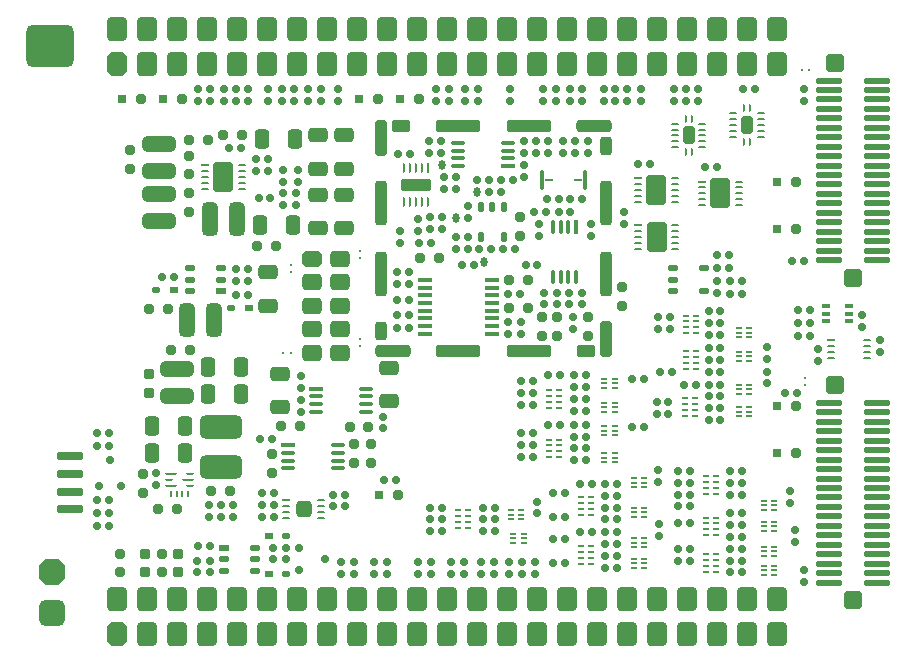
<source format=gbr>
%TF.GenerationSoftware,Altium Limited,Altium Designer,25.3.3 (18)*%
G04 Layer_Color=255*
%FSLAX45Y45*%
%MOMM*%
%TF.SameCoordinates,3F5801E6-D28E-45E5-A6F2-2741A7385EEC*%
%TF.FilePolarity,Positive*%
%TF.FileFunction,Pads,Top*%
%TF.Part,Single*%
G01*
G75*
%TA.AperFunction,SMDPad,CuDef*%
%ADD10R,0.52000X0.15000*%
G04:AMPARAMS|DCode=11|XSize=0.15mm|YSize=0.52mm|CornerRadius=0.0375mm|HoleSize=0mm|Usage=FLASHONLY|Rotation=90.000|XOffset=0mm|YOffset=0mm|HoleType=Round|Shape=RoundedRectangle|*
%AMROUNDEDRECTD11*
21,1,0.15000,0.44500,0,0,90.0*
21,1,0.07500,0.52000,0,0,90.0*
1,1,0.07500,0.22250,0.03750*
1,1,0.07500,0.22250,-0.03750*
1,1,0.07500,-0.22250,-0.03750*
1,1,0.07500,-0.22250,0.03750*
%
%ADD11ROUNDEDRECTD11*%
G04:AMPARAMS|DCode=12|XSize=0.23mm|YSize=0.7mm|CornerRadius=0.0575mm|HoleSize=0mm|Usage=FLASHONLY|Rotation=90.000|XOffset=0mm|YOffset=0mm|HoleType=Round|Shape=RoundedRectangle|*
%AMROUNDEDRECTD12*
21,1,0.23000,0.58500,0,0,90.0*
21,1,0.11500,0.70000,0,0,90.0*
1,1,0.11500,0.29250,0.05750*
1,1,0.11500,0.29250,-0.05750*
1,1,0.11500,-0.29250,-0.05750*
1,1,0.11500,-0.29250,0.05750*
%
%ADD12ROUNDEDRECTD12*%
G04:AMPARAMS|DCode=13|XSize=2.5mm|YSize=1.65mm|CornerRadius=0.165mm|HoleSize=0mm|Usage=FLASHONLY|Rotation=90.000|XOffset=0mm|YOffset=0mm|HoleType=Round|Shape=RoundedRectangle|*
%AMROUNDEDRECTD13*
21,1,2.50000,1.32000,0,0,90.0*
21,1,2.17000,1.65000,0,0,90.0*
1,1,0.33000,0.66000,1.08500*
1,1,0.33000,0.66000,-1.08500*
1,1,0.33000,-0.66000,-1.08500*
1,1,0.33000,-0.66000,1.08500*
%
%ADD13ROUNDEDRECTD13*%
%ADD14R,0.70000X0.23000*%
G04:AMPARAMS|DCode=15|XSize=0.55mm|YSize=0.8mm|CornerRadius=0.1375mm|HoleSize=0mm|Usage=FLASHONLY|Rotation=0.000|XOffset=0mm|YOffset=0mm|HoleType=Round|Shape=RoundedRectangle|*
%AMROUNDEDRECTD15*
21,1,0.55000,0.52500,0,0,0.0*
21,1,0.27500,0.80000,0,0,0.0*
1,1,0.27500,0.13750,-0.26250*
1,1,0.27500,-0.13750,-0.26250*
1,1,0.27500,-0.13750,0.26250*
1,1,0.27500,0.13750,0.26250*
%
%ADD15ROUNDEDRECTD15*%
G04:AMPARAMS|DCode=16|XSize=0.23mm|YSize=0.67mm|CornerRadius=0.0575mm|HoleSize=0mm|Usage=FLASHONLY|Rotation=90.000|XOffset=0mm|YOffset=0mm|HoleType=Round|Shape=RoundedRectangle|*
%AMROUNDEDRECTD16*
21,1,0.23000,0.55500,0,0,90.0*
21,1,0.11500,0.67000,0,0,90.0*
1,1,0.11500,0.27750,0.05750*
1,1,0.11500,0.27750,-0.05750*
1,1,0.11500,-0.27750,-0.05750*
1,1,0.11500,-0.27750,0.05750*
%
%ADD16ROUNDEDRECTD16*%
G04:AMPARAMS|DCode=17|XSize=0.23mm|YSize=0.67mm|CornerRadius=0.0575mm|HoleSize=0mm|Usage=FLASHONLY|Rotation=0.000|XOffset=0mm|YOffset=0mm|HoleType=Round|Shape=RoundedRectangle|*
%AMROUNDEDRECTD17*
21,1,0.23000,0.55500,0,0,0.0*
21,1,0.11500,0.67000,0,0,0.0*
1,1,0.11500,0.05750,-0.27750*
1,1,0.11500,-0.05750,-0.27750*
1,1,0.11500,-0.05750,0.27750*
1,1,0.11500,0.05750,0.27750*
%
%ADD17ROUNDEDRECTD17*%
G04:AMPARAMS|DCode=18|XSize=1mm|YSize=1.5mm|CornerRadius=0.25mm|HoleSize=0mm|Usage=FLASHONLY|Rotation=0.000|XOffset=0mm|YOffset=0mm|HoleType=Round|Shape=RoundedRectangle|*
%AMROUNDEDRECTD18*
21,1,1.00000,1.00000,0,0,0.0*
21,1,0.50000,1.50000,0,0,0.0*
1,1,0.50000,0.25000,-0.50000*
1,1,0.50000,-0.25000,-0.50000*
1,1,0.50000,-0.25000,0.50000*
1,1,0.50000,0.25000,0.50000*
%
%ADD18ROUNDEDRECTD18*%
G04:AMPARAMS|DCode=19|XSize=0.22mm|YSize=0.58mm|CornerRadius=0.055mm|HoleSize=0mm|Usage=FLASHONLY|Rotation=90.000|XOffset=0mm|YOffset=0mm|HoleType=Round|Shape=RoundedRectangle|*
%AMROUNDEDRECTD19*
21,1,0.22000,0.47000,0,0,90.0*
21,1,0.11000,0.58000,0,0,90.0*
1,1,0.11000,0.23500,0.05500*
1,1,0.11000,0.23500,-0.05500*
1,1,0.11000,-0.23500,-0.05500*
1,1,0.11000,-0.23500,0.05500*
%
%ADD19ROUNDEDRECTD19*%
%ADD20R,0.58000X0.22000*%
G04:AMPARAMS|DCode=21|XSize=0.35mm|YSize=1.15mm|CornerRadius=0.0875mm|HoleSize=0mm|Usage=FLASHONLY|Rotation=90.000|XOffset=0mm|YOffset=0mm|HoleType=Round|Shape=RoundedRectangle|*
%AMROUNDEDRECTD21*
21,1,0.35000,0.97500,0,0,90.0*
21,1,0.17500,1.15000,0,0,90.0*
1,1,0.17500,0.48750,0.08750*
1,1,0.17500,0.48750,-0.08750*
1,1,0.17500,-0.48750,-0.08750*
1,1,0.17500,-0.48750,0.08750*
%
%ADD21ROUNDEDRECTD21*%
%ADD22R,1.15000X0.35000*%
G04:AMPARAMS|DCode=23|XSize=0.55mm|YSize=0.9mm|CornerRadius=0.1375mm|HoleSize=0mm|Usage=FLASHONLY|Rotation=270.000|XOffset=0mm|YOffset=0mm|HoleType=Round|Shape=RoundedRectangle|*
%AMROUNDEDRECTD23*
21,1,0.55000,0.62500,0,0,270.0*
21,1,0.27500,0.90000,0,0,270.0*
1,1,0.27500,-0.31250,-0.13750*
1,1,0.27500,-0.31250,0.13750*
1,1,0.27500,0.31250,0.13750*
1,1,0.27500,0.31250,-0.13750*
%
%ADD23ROUNDEDRECTD23*%
%ADD24R,0.90000X0.55000*%
G04:AMPARAMS|DCode=25|XSize=1.4mm|YSize=1.3mm|CornerRadius=0.325mm|HoleSize=0mm|Usage=FLASHONLY|Rotation=90.000|XOffset=0mm|YOffset=0mm|HoleType=Round|Shape=RoundedRectangle|*
%AMROUNDEDRECTD25*
21,1,1.40000,0.65000,0,0,90.0*
21,1,0.75000,1.30000,0,0,90.0*
1,1,0.65000,0.32500,0.37500*
1,1,0.65000,0.32500,-0.37500*
1,1,0.65000,-0.32500,-0.37500*
1,1,0.65000,-0.32500,0.37500*
%
%ADD25ROUNDEDRECTD25*%
%ADD26R,0.70000X0.33000*%
G04:AMPARAMS|DCode=27|XSize=0.33mm|YSize=0.7mm|CornerRadius=0.0825mm|HoleSize=0mm|Usage=FLASHONLY|Rotation=270.000|XOffset=0mm|YOffset=0mm|HoleType=Round|Shape=RoundedRectangle|*
%AMROUNDEDRECTD27*
21,1,0.33000,0.53500,0,0,270.0*
21,1,0.16500,0.70000,0,0,270.0*
1,1,0.16500,-0.26750,-0.08250*
1,1,0.16500,-0.26750,0.08250*
1,1,0.16500,0.26750,0.08250*
1,1,0.16500,0.26750,-0.08250*
%
%ADD27ROUNDEDRECTD27*%
G04:AMPARAMS|DCode=28|XSize=0.25mm|YSize=0.7mm|CornerRadius=0.0625mm|HoleSize=0mm|Usage=FLASHONLY|Rotation=90.000|XOffset=0mm|YOffset=0mm|HoleType=Round|Shape=RoundedRectangle|*
%AMROUNDEDRECTD28*
21,1,0.25000,0.57500,0,0,90.0*
21,1,0.12500,0.70000,0,0,90.0*
1,1,0.12500,0.28750,0.06250*
1,1,0.12500,0.28750,-0.06250*
1,1,0.12500,-0.28750,-0.06250*
1,1,0.12500,-0.28750,0.06250*
%
%ADD28ROUNDEDRECTD28*%
%ADD29R,0.70000X0.25000*%
G04:AMPARAMS|DCode=30|XSize=0.55mm|YSize=0.8mm|CornerRadius=0.1375mm|HoleSize=0mm|Usage=FLASHONLY|Rotation=90.000|XOffset=0mm|YOffset=0mm|HoleType=Round|Shape=RoundedRectangle|*
%AMROUNDEDRECTD30*
21,1,0.55000,0.52500,0,0,90.0*
21,1,0.27500,0.80000,0,0,90.0*
1,1,0.27500,0.26250,0.13750*
1,1,0.27500,0.26250,-0.13750*
1,1,0.27500,-0.26250,-0.13750*
1,1,0.27500,-0.26250,0.13750*
%
%ADD30ROUNDEDRECTD30*%
G04:AMPARAMS|DCode=31|XSize=0.22mm|YSize=0.55mm|CornerRadius=0.055mm|HoleSize=0mm|Usage=FLASHONLY|Rotation=180.000|XOffset=0mm|YOffset=0mm|HoleType=Round|Shape=RoundedRectangle|*
%AMROUNDEDRECTD31*
21,1,0.22000,0.44000,0,0,180.0*
21,1,0.11000,0.55000,0,0,180.0*
1,1,0.11000,-0.05500,0.22000*
1,1,0.11000,0.05500,0.22000*
1,1,0.11000,0.05500,-0.22000*
1,1,0.11000,-0.05500,-0.22000*
%
%ADD31ROUNDEDRECTD31*%
G04:AMPARAMS|DCode=32|XSize=0.2mm|YSize=1mm|CornerRadius=0.05mm|HoleSize=0mm|Usage=FLASHONLY|Rotation=270.000|XOffset=0mm|YOffset=0mm|HoleType=Round|Shape=RoundedRectangle|*
%AMROUNDEDRECTD32*
21,1,0.20000,0.90000,0,0,270.0*
21,1,0.10000,1.00000,0,0,270.0*
1,1,0.10000,-0.45000,-0.05000*
1,1,0.10000,-0.45000,0.05000*
1,1,0.10000,0.45000,0.05000*
1,1,0.10000,0.45000,-0.05000*
%
%ADD32ROUNDEDRECTD32*%
G04:AMPARAMS|DCode=33|XSize=0.2mm|YSize=0.65mm|CornerRadius=0.05mm|HoleSize=0mm|Usage=FLASHONLY|Rotation=270.000|XOffset=0mm|YOffset=0mm|HoleType=Round|Shape=RoundedRectangle|*
%AMROUNDEDRECTD33*
21,1,0.20000,0.55000,0,0,270.0*
21,1,0.10000,0.65000,0,0,270.0*
1,1,0.10000,-0.27500,-0.05000*
1,1,0.10000,-0.27500,0.05000*
1,1,0.10000,0.27500,0.05000*
1,1,0.10000,0.27500,-0.05000*
%
%ADD33ROUNDEDRECTD33*%
%ADD34R,1.20000X0.35000*%
G04:AMPARAMS|DCode=35|XSize=0.35mm|YSize=1.2mm|CornerRadius=0.0875mm|HoleSize=0mm|Usage=FLASHONLY|Rotation=270.000|XOffset=0mm|YOffset=0mm|HoleType=Round|Shape=RoundedRectangle|*
%AMROUNDEDRECTD35*
21,1,0.35000,1.02500,0,0,270.0*
21,1,0.17500,1.20000,0,0,270.0*
1,1,0.17500,-0.51250,-0.08750*
1,1,0.17500,-0.51250,0.08750*
1,1,0.17500,0.51250,0.08750*
1,1,0.17500,0.51250,-0.08750*
%
%ADD35ROUNDEDRECTD35*%
G04:AMPARAMS|DCode=36|XSize=0.35mm|YSize=1.15mm|CornerRadius=0.0875mm|HoleSize=0mm|Usage=FLASHONLY|Rotation=0.000|XOffset=0mm|YOffset=0mm|HoleType=Round|Shape=RoundedRectangle|*
%AMROUNDEDRECTD36*
21,1,0.35000,0.97500,0,0,0.0*
21,1,0.17500,1.15000,0,0,0.0*
1,1,0.17500,0.08750,-0.48750*
1,1,0.17500,-0.08750,-0.48750*
1,1,0.17500,-0.08750,0.48750*
1,1,0.17500,0.08750,0.48750*
%
%ADD36ROUNDEDRECTD36*%
%ADD37R,0.35000X1.15000*%
G04:AMPARAMS|DCode=38|XSize=2.55mm|YSize=1.1mm|CornerRadius=0.275mm|HoleSize=0mm|Usage=FLASHONLY|Rotation=0.000|XOffset=0mm|YOffset=0mm|HoleType=Round|Shape=RoundedRectangle|*
%AMROUNDEDRECTD38*
21,1,2.55000,0.55000,0,0,0.0*
21,1,2.00000,1.10000,0,0,0.0*
1,1,0.55000,1.00000,-0.27500*
1,1,0.55000,-1.00000,-0.27500*
1,1,0.55000,-1.00000,0.27500*
1,1,0.55000,1.00000,0.27500*
%
%ADD38ROUNDEDRECTD38*%
G04:AMPARAMS|DCode=39|XSize=0.23mm|YSize=0.85mm|CornerRadius=0.0575mm|HoleSize=0mm|Usage=FLASHONLY|Rotation=0.000|XOffset=0mm|YOffset=0mm|HoleType=Round|Shape=RoundedRectangle|*
%AMROUNDEDRECTD39*
21,1,0.23000,0.73500,0,0,0.0*
21,1,0.11500,0.85000,0,0,0.0*
1,1,0.11500,0.05750,-0.36750*
1,1,0.11500,-0.05750,-0.36750*
1,1,0.11500,-0.05750,0.36750*
1,1,0.11500,0.05750,0.36750*
%
%ADD39ROUNDEDRECTD39*%
%ADD40R,0.23000X0.85000*%
%ADD41O,0.60000X0.80000*%
G04:AMPARAMS|DCode=42|XSize=0.6mm|YSize=0.7mm|CornerRadius=0.15mm|HoleSize=0mm|Usage=FLASHONLY|Rotation=180.000|XOffset=0mm|YOffset=0mm|HoleType=Round|Shape=RoundedRectangle|*
%AMROUNDEDRECTD42*
21,1,0.60000,0.40000,0,0,180.0*
21,1,0.30000,0.70000,0,0,180.0*
1,1,0.30000,-0.15000,0.20000*
1,1,0.30000,0.15000,0.20000*
1,1,0.30000,0.15000,-0.20000*
1,1,0.30000,-0.15000,-0.20000*
%
%ADD42ROUNDEDRECTD42*%
G04:AMPARAMS|DCode=43|XSize=0.6mm|YSize=0.7mm|CornerRadius=0.15mm|HoleSize=0mm|Usage=FLASHONLY|Rotation=90.000|XOffset=0mm|YOffset=0mm|HoleType=Round|Shape=RoundedRectangle|*
%AMROUNDEDRECTD43*
21,1,0.60000,0.40000,0,0,90.0*
21,1,0.30000,0.70000,0,0,90.0*
1,1,0.30000,0.20000,0.15000*
1,1,0.30000,0.20000,-0.15000*
1,1,0.30000,-0.20000,-0.15000*
1,1,0.30000,-0.20000,0.15000*
%
%ADD43ROUNDEDRECTD43*%
G04:AMPARAMS|DCode=44|XSize=0.6mm|YSize=0.6mm|CornerRadius=0.15mm|HoleSize=0mm|Usage=FLASHONLY|Rotation=0.000|XOffset=0mm|YOffset=0mm|HoleType=Round|Shape=RoundedRectangle|*
%AMROUNDEDRECTD44*
21,1,0.60000,0.30000,0,0,0.0*
21,1,0.30000,0.60000,0,0,0.0*
1,1,0.30000,0.15000,-0.15000*
1,1,0.30000,-0.15000,-0.15000*
1,1,0.30000,-0.15000,0.15000*
1,1,0.30000,0.15000,0.15000*
%
%ADD44ROUNDEDRECTD44*%
G04:AMPARAMS|DCode=45|XSize=0.6mm|YSize=0.6mm|CornerRadius=0.15mm|HoleSize=0mm|Usage=FLASHONLY|Rotation=270.000|XOffset=0mm|YOffset=0mm|HoleType=Round|Shape=RoundedRectangle|*
%AMROUNDEDRECTD45*
21,1,0.60000,0.30000,0,0,270.0*
21,1,0.30000,0.60000,0,0,270.0*
1,1,0.30000,-0.15000,-0.15000*
1,1,0.30000,-0.15000,0.15000*
1,1,0.30000,0.15000,0.15000*
1,1,0.30000,0.15000,-0.15000*
%
%ADD45ROUNDEDRECTD45*%
G04:AMPARAMS|DCode=46|XSize=0.9mm|YSize=0.8mm|CornerRadius=0.2mm|HoleSize=0mm|Usage=FLASHONLY|Rotation=180.000|XOffset=0mm|YOffset=0mm|HoleType=Round|Shape=RoundedRectangle|*
%AMROUNDEDRECTD46*
21,1,0.90000,0.40000,0,0,180.0*
21,1,0.50000,0.80000,0,0,180.0*
1,1,0.40000,-0.25000,0.20000*
1,1,0.40000,0.25000,0.20000*
1,1,0.40000,0.25000,-0.20000*
1,1,0.40000,-0.25000,-0.20000*
%
%ADD46ROUNDEDRECTD46*%
%ADD47R,0.70000X0.24000*%
%ADD48O,0.30000X1.70000*%
G04:AMPARAMS|DCode=49|XSize=2.2mm|YSize=0.5mm|CornerRadius=0.125mm|HoleSize=0mm|Usage=FLASHONLY|Rotation=180.000|XOffset=0mm|YOffset=0mm|HoleType=Round|Shape=RoundedRectangle|*
%AMROUNDEDRECTD49*
21,1,2.20000,0.25000,0,0,180.0*
21,1,1.95000,0.50000,0,0,180.0*
1,1,0.25000,-0.97500,0.12500*
1,1,0.25000,0.97500,0.12500*
1,1,0.25000,0.97500,-0.12500*
1,1,0.25000,-0.97500,-0.12500*
%
%ADD49ROUNDEDRECTD49*%
G04:AMPARAMS|DCode=50|XSize=2.2mm|YSize=0.7mm|CornerRadius=0.175mm|HoleSize=0mm|Usage=FLASHONLY|Rotation=180.000|XOffset=0mm|YOffset=0mm|HoleType=Round|Shape=RoundedRectangle|*
%AMROUNDEDRECTD50*
21,1,2.20000,0.35000,0,0,180.0*
21,1,1.85000,0.70000,0,0,180.0*
1,1,0.35000,-0.92500,0.17500*
1,1,0.35000,0.92500,0.17500*
1,1,0.35000,0.92500,-0.17500*
1,1,0.35000,-0.92500,-0.17500*
%
%ADD50ROUNDEDRECTD50*%
%TA.AperFunction,SMDPad,SMDef*%
%ADD51C,0.30000*%
%TA.AperFunction,SMDPad,CuDef*%
G04:AMPARAMS|DCode=52|XSize=3mm|YSize=1mm|CornerRadius=0.25mm|HoleSize=0mm|Usage=FLASHONLY|Rotation=90.000|XOffset=0mm|YOffset=0mm|HoleType=Round|Shape=RoundedRectangle|*
%AMROUNDEDRECTD52*
21,1,3.00000,0.50000,0,0,90.0*
21,1,2.50000,1.00000,0,0,90.0*
1,1,0.50000,0.25000,1.25000*
1,1,0.50000,0.25000,-1.25000*
1,1,0.50000,-0.25000,-1.25000*
1,1,0.50000,-0.25000,1.25000*
%
%ADD52ROUNDEDRECTD52*%
%TA.AperFunction,SMDPad,SMDef*%
G04:AMPARAMS|DCode=53|XSize=3.8mm|YSize=1mm|CornerRadius=0.25mm|HoleSize=0mm|Usage=FLASHONLY|Rotation=90.000|XOffset=0mm|YOffset=0mm|HoleType=Round|Shape=RoundedRectangle|*
%AMROUNDEDRECTD53*
21,1,3.80000,0.50000,0,0,90.0*
21,1,3.30000,1.00000,0,0,90.0*
1,1,0.50000,0.25000,1.65000*
1,1,0.50000,0.25000,-1.65000*
1,1,0.50000,-0.25000,-1.65000*
1,1,0.50000,-0.25000,1.65000*
%
%ADD53ROUNDEDRECTD53*%
%TA.AperFunction,SMDPad,CuDef*%
G04:AMPARAMS|DCode=54|XSize=1.6mm|YSize=1mm|CornerRadius=0.25mm|HoleSize=0mm|Usage=FLASHONLY|Rotation=180.000|XOffset=0mm|YOffset=0mm|HoleType=Round|Shape=RoundedRectangle|*
%AMROUNDEDRECTD54*
21,1,1.60000,0.50000,0,0,180.0*
21,1,1.10000,1.00000,0,0,180.0*
1,1,0.50000,-0.55000,0.25000*
1,1,0.50000,0.55000,0.25000*
1,1,0.50000,0.55000,-0.25000*
1,1,0.50000,-0.55000,-0.25000*
%
%ADD54ROUNDEDRECTD54*%
G04:AMPARAMS|DCode=55|XSize=3mm|YSize=1mm|CornerRadius=0.25mm|HoleSize=0mm|Usage=FLASHONLY|Rotation=0.000|XOffset=0mm|YOffset=0mm|HoleType=Round|Shape=RoundedRectangle|*
%AMROUNDEDRECTD55*
21,1,3.00000,0.50000,0,0,0.0*
21,1,2.50000,1.00000,0,0,0.0*
1,1,0.50000,1.25000,-0.25000*
1,1,0.50000,-1.25000,-0.25000*
1,1,0.50000,-1.25000,0.25000*
1,1,0.50000,1.25000,0.25000*
%
%ADD55ROUNDEDRECTD55*%
%TA.AperFunction,SMDPad,SMDef*%
G04:AMPARAMS|DCode=56|XSize=3.8mm|YSize=1mm|CornerRadius=0.25mm|HoleSize=0mm|Usage=FLASHONLY|Rotation=0.000|XOffset=0mm|YOffset=0mm|HoleType=Round|Shape=RoundedRectangle|*
%AMROUNDEDRECTD56*
21,1,3.80000,0.50000,0,0,0.0*
21,1,3.30000,1.00000,0,0,0.0*
1,1,0.50000,1.65000,-0.25000*
1,1,0.50000,-1.65000,-0.25000*
1,1,0.50000,-1.65000,0.25000*
1,1,0.50000,1.65000,0.25000*
%
%ADD56ROUNDEDRECTD56*%
%TA.AperFunction,SMDPad,CuDef*%
G04:AMPARAMS|DCode=57|XSize=1.6mm|YSize=1mm|CornerRadius=0.25mm|HoleSize=0mm|Usage=FLASHONLY|Rotation=90.000|XOffset=0mm|YOffset=0mm|HoleType=Round|Shape=RoundedRectangle|*
%AMROUNDEDRECTD57*
21,1,1.60000,0.50000,0,0,90.0*
21,1,1.10000,1.00000,0,0,90.0*
1,1,0.50000,0.25000,0.55000*
1,1,0.50000,0.25000,-0.55000*
1,1,0.50000,-0.25000,-0.55000*
1,1,0.50000,-0.25000,0.55000*
%
%ADD57ROUNDEDRECTD57*%
G04:AMPARAMS|DCode=58|XSize=2.8mm|YSize=1.3mm|CornerRadius=0.325mm|HoleSize=0mm|Usage=FLASHONLY|Rotation=90.000|XOffset=0mm|YOffset=0mm|HoleType=Round|Shape=RoundedRectangle|*
%AMROUNDEDRECTD58*
21,1,2.80000,0.65000,0,0,90.0*
21,1,2.15000,1.30000,0,0,90.0*
1,1,0.65000,0.32500,1.07500*
1,1,0.65000,0.32500,-1.07500*
1,1,0.65000,-0.32500,-1.07500*
1,1,0.65000,-0.32500,1.07500*
%
%ADD58ROUNDEDRECTD58*%
G04:AMPARAMS|DCode=59|XSize=2.8mm|YSize=1.3mm|CornerRadius=0.325mm|HoleSize=0mm|Usage=FLASHONLY|Rotation=0.000|XOffset=0mm|YOffset=0mm|HoleType=Round|Shape=RoundedRectangle|*
%AMROUNDEDRECTD59*
21,1,2.80000,0.65000,0,0,0.0*
21,1,2.15000,1.30000,0,0,0.0*
1,1,0.65000,1.07500,-0.32500*
1,1,0.65000,-1.07500,-0.32500*
1,1,0.65000,-1.07500,0.32500*
1,1,0.65000,1.07500,0.32500*
%
%ADD59ROUNDEDRECTD59*%
G04:AMPARAMS|DCode=60|XSize=3.6mm|YSize=2mm|CornerRadius=0.5mm|HoleSize=0mm|Usage=FLASHONLY|Rotation=180.000|XOffset=0mm|YOffset=0mm|HoleType=Round|Shape=RoundedRectangle|*
%AMROUNDEDRECTD60*
21,1,3.60000,1.00000,0,0,180.0*
21,1,2.60000,2.00000,0,0,180.0*
1,1,1.00000,-1.30000,0.50000*
1,1,1.00000,1.30000,0.50000*
1,1,1.00000,1.30000,-0.50000*
1,1,1.00000,-1.30000,-0.50000*
%
%ADD60ROUNDEDRECTD60*%
%ADD61R,0.80000X0.80000*%
G04:AMPARAMS|DCode=62|XSize=0.8mm|YSize=0.8mm|CornerRadius=0.2mm|HoleSize=0mm|Usage=FLASHONLY|Rotation=90.000|XOffset=0mm|YOffset=0mm|HoleType=Round|Shape=RoundedRectangle|*
%AMROUNDEDRECTD62*
21,1,0.80000,0.40000,0,0,90.0*
21,1,0.40000,0.80000,0,0,90.0*
1,1,0.40000,0.20000,0.20000*
1,1,0.40000,0.20000,-0.20000*
1,1,0.40000,-0.20000,-0.20000*
1,1,0.40000,-0.20000,0.20000*
%
%ADD62ROUNDEDRECTD62*%
%ADD63R,0.70000X0.50000*%
G04:AMPARAMS|DCode=64|XSize=0.5mm|YSize=0.7mm|CornerRadius=0.125mm|HoleSize=0mm|Usage=FLASHONLY|Rotation=90.000|XOffset=0mm|YOffset=0mm|HoleType=Round|Shape=RoundedRectangle|*
%AMROUNDEDRECTD64*
21,1,0.50000,0.45000,0,0,90.0*
21,1,0.25000,0.70000,0,0,90.0*
1,1,0.25000,0.22500,0.12500*
1,1,0.25000,0.22500,-0.12500*
1,1,0.25000,-0.22500,-0.12500*
1,1,0.25000,-0.22500,0.12500*
%
%ADD64ROUNDEDRECTD64*%
G04:AMPARAMS|DCode=65|XSize=0.8mm|YSize=0.8mm|CornerRadius=0.2mm|HoleSize=0mm|Usage=FLASHONLY|Rotation=180.000|XOffset=0mm|YOffset=0mm|HoleType=Round|Shape=RoundedRectangle|*
%AMROUNDEDRECTD65*
21,1,0.80000,0.40000,0,0,180.0*
21,1,0.40000,0.80000,0,0,180.0*
1,1,0.40000,-0.20000,0.20000*
1,1,0.40000,0.20000,0.20000*
1,1,0.40000,0.20000,-0.20000*
1,1,0.40000,-0.20000,-0.20000*
%
%ADD65ROUNDEDRECTD65*%
G04:AMPARAMS|DCode=66|XSize=1.65mm|YSize=1.25mm|CornerRadius=0.3125mm|HoleSize=0mm|Usage=FLASHONLY|Rotation=0.000|XOffset=0mm|YOffset=0mm|HoleType=Round|Shape=RoundedRectangle|*
%AMROUNDEDRECTD66*
21,1,1.65000,0.62500,0,0,0.0*
21,1,1.02500,1.25000,0,0,0.0*
1,1,0.62500,0.51250,-0.31250*
1,1,0.62500,-0.51250,-0.31250*
1,1,0.62500,-0.51250,0.31250*
1,1,0.62500,0.51250,0.31250*
%
%ADD66ROUNDEDRECTD66*%
G04:AMPARAMS|DCode=67|XSize=1.65mm|YSize=1.25mm|CornerRadius=0.3125mm|HoleSize=0mm|Usage=FLASHONLY|Rotation=270.000|XOffset=0mm|YOffset=0mm|HoleType=Round|Shape=RoundedRectangle|*
%AMROUNDEDRECTD67*
21,1,1.65000,0.62500,0,0,270.0*
21,1,1.02500,1.25000,0,0,270.0*
1,1,0.62500,-0.31250,-0.51250*
1,1,0.62500,-0.31250,0.51250*
1,1,0.62500,0.31250,0.51250*
1,1,0.62500,0.31250,-0.51250*
%
%ADD67ROUNDEDRECTD67*%
%TA.AperFunction,ComponentPad*%
G04:AMPARAMS|DCode=81|XSize=1.55mm|YSize=1.6mm|CornerRadius=0.3875mm|HoleSize=0mm|Usage=FLASHONLY|Rotation=270.000|XOffset=0mm|YOffset=0mm|HoleType=Round|Shape=RoundedRectangle|*
%AMROUNDEDRECTD81*
21,1,1.55000,0.82500,0,0,270.0*
21,1,0.77500,1.60000,0,0,270.0*
1,1,0.77500,-0.41250,-0.38750*
1,1,0.77500,-0.41250,0.38750*
1,1,0.77500,0.41250,0.38750*
1,1,0.77500,0.41250,-0.38750*
%
%ADD81ROUNDEDRECTD81*%
G04:AMPARAMS|DCode=82|XSize=1.7mm|YSize=2.1mm|CornerRadius=0mm|HoleSize=0mm|Usage=FLASHONLY|Rotation=0.000|XOffset=0mm|YOffset=0mm|HoleType=Round|Shape=Octagon|*
%AMOCTAGOND82*
4,1,8,-0.42500,1.05000,0.42500,1.05000,0.85000,0.62500,0.85000,-0.62500,0.42500,-1.05000,-0.42500,-1.05000,-0.85000,-0.62500,-0.85000,0.62500,-0.42500,1.05000,0.0*
%
%ADD82OCTAGOND82*%

G04:AMPARAMS|DCode=83|XSize=1.7mm|YSize=2.1mm|CornerRadius=0.425mm|HoleSize=0mm|Usage=FLASHONLY|Rotation=0.000|XOffset=0mm|YOffset=0mm|HoleType=Round|Shape=RoundedRectangle|*
%AMROUNDEDRECTD83*
21,1,1.70000,1.25001,0,0,0.0*
21,1,0.85000,2.10000,0,0,0.0*
1,1,0.85000,0.42500,-0.62500*
1,1,0.85000,-0.42500,-0.62500*
1,1,0.85000,-0.42500,0.62500*
1,1,0.85000,0.42500,0.62500*
%
%ADD83ROUNDEDRECTD83*%
G04:AMPARAMS|DCode=84|XSize=1.4mm|YSize=1.7mm|CornerRadius=0.35mm|HoleSize=0mm|Usage=FLASHONLY|Rotation=270.000|XOffset=0mm|YOffset=0mm|HoleType=Round|Shape=RoundedRectangle|*
%AMROUNDEDRECTD84*
21,1,1.40000,1.00000,0,0,270.0*
21,1,0.70000,1.70000,0,0,270.0*
1,1,0.70000,-0.50000,-0.35000*
1,1,0.70000,-0.50000,0.35000*
1,1,0.70000,0.50000,0.35000*
1,1,0.70000,0.50000,-0.35000*
%
%ADD84ROUNDEDRECTD84*%
G04:AMPARAMS|DCode=85|XSize=1.4mm|YSize=1.7mm|CornerRadius=0mm|HoleSize=0mm|Usage=FLASHONLY|Rotation=270.000|XOffset=0mm|YOffset=0mm|HoleType=Round|Shape=Octagon|*
%AMOCTAGOND85*
4,1,8,0.85000,0.35000,0.85000,-0.35000,0.50000,-0.70000,-0.50000,-0.70000,-0.85000,-0.35000,-0.85000,0.35000,-0.50000,0.70000,0.50000,0.70000,0.85000,0.35000,0.0*
%
%ADD85OCTAGOND85*%

G04:AMPARAMS|DCode=86|XSize=4mm|YSize=3.6mm|CornerRadius=0.54mm|HoleSize=0mm|Usage=FLASHONLY|Rotation=0.000|XOffset=0mm|YOffset=0mm|HoleType=Round|Shape=RoundedRectangle|*
%AMROUNDEDRECTD86*
21,1,4.00000,2.52000,0,0,0.0*
21,1,2.92000,3.60000,0,0,0.0*
1,1,1.08000,1.46000,-1.26000*
1,1,1.08000,-1.46000,-1.26000*
1,1,1.08000,-1.46000,1.26000*
1,1,1.08000,1.46000,1.26000*
%
%ADD86ROUNDEDRECTD86*%
G04:AMPARAMS|DCode=87|XSize=2.2mm|YSize=2.2mm|CornerRadius=0.55mm|HoleSize=0mm|Usage=FLASHONLY|Rotation=270.000|XOffset=0mm|YOffset=0mm|HoleType=Round|Shape=RoundedRectangle|*
%AMROUNDEDRECTD87*
21,1,2.20000,1.10000,0,0,270.0*
21,1,1.10000,2.20000,0,0,270.0*
1,1,1.10000,-0.55000,-0.55000*
1,1,1.10000,-0.55000,0.55000*
1,1,1.10000,0.55000,0.55000*
1,1,1.10000,0.55000,-0.55000*
%
%ADD87ROUNDEDRECTD87*%
G04:AMPARAMS|DCode=88|XSize=2.2mm|YSize=2.2mm|CornerRadius=0mm|HoleSize=0mm|Usage=FLASHONLY|Rotation=270.000|XOffset=0mm|YOffset=0mm|HoleType=Round|Shape=Octagon|*
%AMOCTAGOND88*
4,1,8,-0.55000,-1.10000,0.55000,-1.10000,1.10000,-0.55000,1.10000,0.55000,0.55000,1.10000,-0.55000,1.10000,-1.10000,0.55000,-1.10000,-0.55000,-0.55000,-1.10000,0.0*
%
%ADD88OCTAGOND88*%

D10*
X7506000Y748000D02*
D03*
X5386000Y1018000D02*
D03*
X6406000Y808000D02*
D03*
X6156000Y2128000D02*
D03*
X5366000Y1218000D02*
D03*
X6406000Y978000D02*
D03*
X6156000Y2328000D02*
D03*
X6406000Y1238000D02*
D03*
X7296000Y2088000D02*
D03*
X7506000Y908000D02*
D03*
X6406000Y1488000D02*
D03*
X7296000Y2278000D02*
D03*
X7506000Y1118000D02*
D03*
X6156000Y1698000D02*
D03*
X7296000Y2558000D02*
D03*
X7506000Y1298000D02*
D03*
X6156000Y1928000D02*
D03*
X7296000Y2758000D02*
D03*
D11*
X7506000Y710000D02*
D03*
Y672000D02*
D03*
X7594000Y748000D02*
D03*
Y710000D02*
D03*
Y672000D02*
D03*
X5386000Y980000D02*
D03*
Y942000D02*
D03*
X5474000Y1018000D02*
D03*
Y980000D02*
D03*
Y942000D02*
D03*
X6406000Y770000D02*
D03*
Y732000D02*
D03*
X6494000Y808000D02*
D03*
Y770000D02*
D03*
Y732000D02*
D03*
X6156000Y2090000D02*
D03*
Y2052000D02*
D03*
X6244000Y2128000D02*
D03*
Y2090000D02*
D03*
Y2052000D02*
D03*
X5366000Y1180000D02*
D03*
Y1142000D02*
D03*
X5454000Y1218000D02*
D03*
Y1180000D02*
D03*
Y1142000D02*
D03*
X6406000Y940000D02*
D03*
Y902000D02*
D03*
X6494000Y978000D02*
D03*
Y940000D02*
D03*
Y902000D02*
D03*
X6156000Y2290000D02*
D03*
Y2252000D02*
D03*
X6244000Y2328000D02*
D03*
Y2290000D02*
D03*
Y2252000D02*
D03*
X6406000Y1200000D02*
D03*
Y1162000D02*
D03*
X6494000Y1238000D02*
D03*
Y1200000D02*
D03*
Y1162000D02*
D03*
X7296000Y2050000D02*
D03*
Y2012000D02*
D03*
X7384000Y2088000D02*
D03*
Y2050000D02*
D03*
Y2012000D02*
D03*
X7506000Y870000D02*
D03*
Y832000D02*
D03*
X7594000Y908000D02*
D03*
Y870000D02*
D03*
Y832000D02*
D03*
X6406000Y1450000D02*
D03*
Y1412000D02*
D03*
X6494000Y1488000D02*
D03*
Y1450000D02*
D03*
Y1412000D02*
D03*
X7296000Y2240000D02*
D03*
Y2202000D02*
D03*
X7384000Y2278000D02*
D03*
Y2240000D02*
D03*
Y2202000D02*
D03*
X7506000Y1080000D02*
D03*
Y1042000D02*
D03*
X7594000Y1118000D02*
D03*
Y1080000D02*
D03*
Y1042000D02*
D03*
X6156000Y1660000D02*
D03*
Y1622000D02*
D03*
X6244000Y1698000D02*
D03*
Y1660000D02*
D03*
Y1622000D02*
D03*
X7296000Y2520000D02*
D03*
Y2482000D02*
D03*
X7384000Y2558000D02*
D03*
Y2520000D02*
D03*
Y2482000D02*
D03*
X7506000Y1260000D02*
D03*
Y1222000D02*
D03*
X7594000Y1298000D02*
D03*
Y1260000D02*
D03*
Y1222000D02*
D03*
X6156000Y1890000D02*
D03*
Y1852000D02*
D03*
X6244000Y1928000D02*
D03*
Y1890000D02*
D03*
Y1852000D02*
D03*
X7296000Y2720000D02*
D03*
Y2682000D02*
D03*
X7384000Y2758000D02*
D03*
Y2720000D02*
D03*
Y2682000D02*
D03*
D12*
X6753000Y3830000D02*
D03*
Y3880000D02*
D03*
Y3930000D02*
D03*
Y3980000D02*
D03*
Y4030000D02*
D03*
X6443000Y3830000D02*
D03*
Y3880000D02*
D03*
Y3930000D02*
D03*
Y3980000D02*
D03*
X7293000Y3800000D02*
D03*
Y3850000D02*
D03*
Y3900000D02*
D03*
Y3950000D02*
D03*
Y4000000D02*
D03*
X6983000Y3800000D02*
D03*
Y3850000D02*
D03*
Y3900000D02*
D03*
Y3950000D02*
D03*
X3085000Y3940000D02*
D03*
Y3990000D02*
D03*
Y4040000D02*
D03*
Y4090000D02*
D03*
Y4140000D02*
D03*
X2775000Y3940000D02*
D03*
Y3990000D02*
D03*
Y4040000D02*
D03*
Y4090000D02*
D03*
X3465000Y1255000D02*
D03*
Y1205000D02*
D03*
Y1155000D02*
D03*
X3755000Y1305000D02*
D03*
Y1255000D02*
D03*
Y1205000D02*
D03*
Y1155000D02*
D03*
X6755000Y3430000D02*
D03*
Y3480000D02*
D03*
Y3530000D02*
D03*
Y3580000D02*
D03*
Y3630000D02*
D03*
X6445000Y3430000D02*
D03*
Y3480000D02*
D03*
Y3530000D02*
D03*
Y3580000D02*
D03*
D13*
X6598000Y3930000D02*
D03*
X7138000Y3900000D02*
D03*
X2930000Y4040000D02*
D03*
X6600000Y3530000D02*
D03*
D14*
X6443000Y4030000D02*
D03*
X6983000Y4000000D02*
D03*
X2775000Y4140000D02*
D03*
X3465000Y1305000D02*
D03*
X6445000Y3630000D02*
D03*
D15*
X5305000Y3532500D02*
D03*
X5115000D02*
D03*
Y3787500D02*
D03*
X5210000D02*
D03*
X5305000D02*
D03*
D16*
X6752000Y4490000D02*
D03*
Y4290000D02*
D03*
Y4440000D02*
D03*
Y4390000D02*
D03*
Y4340000D02*
D03*
X6988000Y4290000D02*
D03*
Y4340000D02*
D03*
Y4390000D02*
D03*
Y4440000D02*
D03*
Y4490000D02*
D03*
X7246998Y4580001D02*
D03*
Y4380001D02*
D03*
Y4530001D02*
D03*
Y4480001D02*
D03*
Y4430001D02*
D03*
X7482998Y4380001D02*
D03*
Y4430001D02*
D03*
Y4480001D02*
D03*
Y4530001D02*
D03*
Y4580001D02*
D03*
D17*
X6845000Y4247000D02*
D03*
X6895000D02*
D03*
Y4533000D02*
D03*
X6845000D02*
D03*
X7339998Y4337001D02*
D03*
X7389998D02*
D03*
Y4623001D02*
D03*
X7339998D02*
D03*
D18*
X6870000Y4390000D02*
D03*
X7364998Y4480001D02*
D03*
D19*
X7103000Y695000D02*
D03*
Y745000D02*
D03*
Y795000D02*
D03*
Y845000D02*
D03*
X7017000Y695000D02*
D03*
Y745000D02*
D03*
Y795000D02*
D03*
X6043000Y1175000D02*
D03*
Y1225000D02*
D03*
Y1275000D02*
D03*
Y1325000D02*
D03*
X5957000Y1175000D02*
D03*
Y1225000D02*
D03*
Y1275000D02*
D03*
X5773000Y1665000D02*
D03*
Y1715000D02*
D03*
Y1765001D02*
D03*
Y1815000D02*
D03*
X5687001Y1665000D02*
D03*
Y1715000D02*
D03*
Y1765001D02*
D03*
X7103000Y1005000D02*
D03*
Y1055000D02*
D03*
Y1105000D02*
D03*
Y1155000D02*
D03*
X7017000Y1005000D02*
D03*
Y1055000D02*
D03*
Y1105000D02*
D03*
X5773000Y2085000D02*
D03*
Y2135000D02*
D03*
Y2185000D02*
D03*
Y2235000D02*
D03*
X5687001Y2085000D02*
D03*
Y2135000D02*
D03*
Y2185000D02*
D03*
X7103000Y1355000D02*
D03*
Y1405000D02*
D03*
Y1455000D02*
D03*
Y1505000D02*
D03*
X7017000Y1355000D02*
D03*
Y1405000D02*
D03*
Y1455000D02*
D03*
X6923000Y2015001D02*
D03*
Y2065000D02*
D03*
Y2115001D02*
D03*
Y2165000D02*
D03*
X6837001Y2015001D02*
D03*
Y2065000D02*
D03*
Y2115001D02*
D03*
X6933000Y2415000D02*
D03*
Y2465000D02*
D03*
Y2515000D02*
D03*
Y2565000D02*
D03*
X6847001Y2415000D02*
D03*
Y2465000D02*
D03*
Y2515000D02*
D03*
X6933000Y2715000D02*
D03*
Y2765000D02*
D03*
Y2815000D02*
D03*
Y2865000D02*
D03*
X6847001Y2715000D02*
D03*
Y2765000D02*
D03*
Y2815000D02*
D03*
X6043000Y765000D02*
D03*
Y815000D02*
D03*
Y865000D02*
D03*
Y915000D02*
D03*
X5957000Y765000D02*
D03*
Y815000D02*
D03*
Y865000D02*
D03*
X5003000Y1065000D02*
D03*
Y1115000D02*
D03*
Y1165000D02*
D03*
Y1215000D02*
D03*
X4917001Y1065000D02*
D03*
Y1115000D02*
D03*
Y1165000D02*
D03*
D20*
X7017000Y845000D02*
D03*
X5957000Y1325000D02*
D03*
X5687001Y1815000D02*
D03*
X7017000Y1155000D02*
D03*
X5687001Y2235000D02*
D03*
X7017000Y1505000D02*
D03*
X6837001Y2165000D02*
D03*
X6847001Y2565000D02*
D03*
Y2865000D02*
D03*
X5957000Y915000D02*
D03*
X4917001Y1215000D02*
D03*
D21*
X3902500Y1572500D02*
D03*
Y1637500D02*
D03*
Y1702500D02*
D03*
Y1767500D02*
D03*
X3477500Y1572500D02*
D03*
Y1637500D02*
D03*
Y1702500D02*
D03*
X4142501Y2052501D02*
D03*
Y2117501D02*
D03*
Y2182501D02*
D03*
Y2247501D02*
D03*
X3717501Y2052501D02*
D03*
Y2117501D02*
D03*
Y2182501D02*
D03*
X4917500Y4327500D02*
D03*
Y4262500D02*
D03*
Y4197500D02*
D03*
Y4132500D02*
D03*
X5342500Y4327500D02*
D03*
Y4262500D02*
D03*
Y4197500D02*
D03*
D22*
X3477500Y1767500D02*
D03*
X3717501Y2247501D02*
D03*
X5342500Y4132500D02*
D03*
D23*
X2650001Y3075000D02*
D03*
Y3170001D02*
D03*
Y3265000D02*
D03*
X2910001D02*
D03*
Y3170001D02*
D03*
X3200000Y895000D02*
D03*
Y800000D02*
D03*
Y705000D02*
D03*
X2940000D02*
D03*
Y800000D02*
D03*
D24*
X2910001Y3075000D02*
D03*
X2940000Y895000D02*
D03*
D25*
X3610000Y1230000D02*
D03*
D26*
X8230000Y2815000D02*
D03*
D27*
Y2880000D02*
D03*
Y2945000D02*
D03*
X8030000D02*
D03*
Y2880000D02*
D03*
Y2815000D02*
D03*
D28*
X8379999Y2509999D02*
D03*
Y2559999D02*
D03*
Y2609999D02*
D03*
Y2659999D02*
D03*
X8080000Y2509999D02*
D03*
Y2559999D02*
D03*
Y2609999D02*
D03*
D29*
Y2659999D02*
D03*
D30*
X6997500Y3265000D02*
D03*
Y3075000D02*
D03*
X6742500D02*
D03*
Y3170000D02*
D03*
Y3265000D02*
D03*
D31*
X2585000Y1357500D02*
D03*
X2485000D02*
D03*
X2635000D02*
D03*
X2535000D02*
D03*
D32*
X2490000Y1425000D02*
D03*
Y1525000D02*
D03*
X2630000Y1475000D02*
D03*
D33*
X2472500D02*
D03*
X2647500Y1525000D02*
D03*
Y1425000D02*
D03*
D34*
X5205000Y2712500D02*
D03*
D35*
Y2777500D02*
D03*
Y2842500D02*
D03*
Y2907500D02*
D03*
Y2972500D02*
D03*
Y3037500D02*
D03*
Y3102500D02*
D03*
Y3167500D02*
D03*
X4635000Y2712500D02*
D03*
Y2777500D02*
D03*
Y2842500D02*
D03*
Y2907500D02*
D03*
Y2972500D02*
D03*
Y3037500D02*
D03*
Y3102500D02*
D03*
Y3167500D02*
D03*
D36*
X5722500Y3187500D02*
D03*
X5787500D02*
D03*
X5852500D02*
D03*
X5917500D02*
D03*
X5722500Y3612500D02*
D03*
X5787500D02*
D03*
X5852500D02*
D03*
D37*
X5917500D02*
D03*
D38*
X4560000Y3970000D02*
D03*
D39*
X4460000Y3825000D02*
D03*
X4510000D02*
D03*
X4560000D02*
D03*
X4610000D02*
D03*
X4660000D02*
D03*
X4460000Y4115000D02*
D03*
X4510000D02*
D03*
X4560000D02*
D03*
X4610000D02*
D03*
D40*
X4660000D02*
D03*
D41*
X5140000Y3320000D02*
D03*
X4900000Y3690000D02*
D03*
X4780000Y4140000D02*
D03*
X5080000Y3910000D02*
D03*
D42*
X1875000Y1420000D02*
D03*
X2065000D02*
D03*
X1970000Y1640000D02*
D03*
D43*
X3570000Y900000D02*
D03*
Y710000D02*
D03*
X3790000Y805000D02*
D03*
D44*
X3040000Y4680000D02*
D03*
Y4780000D02*
D03*
X3140000Y4680000D02*
D03*
Y4780000D02*
D03*
X5580001Y4240000D02*
D03*
Y4340000D02*
D03*
X5680001D02*
D03*
Y4240000D02*
D03*
X6470000Y4680000D02*
D03*
Y4780000D02*
D03*
X6350000D02*
D03*
Y4680000D02*
D03*
X6250000D02*
D03*
Y4780000D02*
D03*
X6150000D02*
D03*
Y4680000D02*
D03*
X7220000Y990000D02*
D03*
Y1090000D02*
D03*
X6160000Y1440000D02*
D03*
Y1340000D02*
D03*
Y1140000D02*
D03*
Y1240000D02*
D03*
X5900000Y2360001D02*
D03*
Y2260001D02*
D03*
X7040000Y1980000D02*
D03*
Y2080000D02*
D03*
Y2280000D02*
D03*
Y2180000D02*
D03*
X7040000Y2390000D02*
D03*
Y2490000D02*
D03*
X7040001Y2700000D02*
D03*
Y2800000D02*
D03*
X3440000Y4000000D02*
D03*
Y4100000D02*
D03*
Y3800000D02*
D03*
Y3900000D02*
D03*
X2940000Y4780000D02*
D03*
Y4680000D02*
D03*
X3040000Y3260000D02*
D03*
Y3160000D02*
D03*
X3140000D02*
D03*
Y3260000D02*
D03*
X3430000Y4780000D02*
D03*
Y4680000D02*
D03*
X2710000Y790000D02*
D03*
Y690000D02*
D03*
X2820000Y790000D02*
D03*
Y690000D02*
D03*
X3460000Y900000D02*
D03*
Y800000D02*
D03*
X4730000Y4780000D02*
D03*
Y4680000D02*
D03*
X2720000Y4780000D02*
D03*
Y4680000D02*
D03*
X4840000Y4780000D02*
D03*
Y4680000D02*
D03*
X2820000Y4780000D02*
D03*
Y4680000D02*
D03*
X4320000Y781000D02*
D03*
Y681000D02*
D03*
X4210000Y780000D02*
D03*
Y680000D02*
D03*
X5970000Y4680000D02*
D03*
Y4780000D02*
D03*
X5870000Y4680000D02*
D03*
Y4780000D02*
D03*
X4580000Y780000D02*
D03*
Y680000D02*
D03*
X4690000D02*
D03*
Y780000D02*
D03*
X5220000D02*
D03*
Y680000D02*
D03*
X6750000Y4780000D02*
D03*
Y4680000D02*
D03*
X6850000Y4780000D02*
D03*
Y4680000D02*
D03*
X5570000Y780000D02*
D03*
Y680000D02*
D03*
X5350000Y780000D02*
D03*
Y680000D02*
D03*
X5460000D02*
D03*
Y780000D02*
D03*
X5640000Y4780000D02*
D03*
Y4680000D02*
D03*
X5110000Y780000D02*
D03*
Y680000D02*
D03*
X5360000Y4780000D02*
D03*
Y4680000D02*
D03*
X4970000Y780000D02*
D03*
Y680000D02*
D03*
X5750000Y4680000D02*
D03*
Y4780000D02*
D03*
X4860000Y780000D02*
D03*
Y680000D02*
D03*
X4040000Y780000D02*
D03*
Y680000D02*
D03*
X3930000Y681000D02*
D03*
Y781000D02*
D03*
X3900000Y4780000D02*
D03*
Y4680000D02*
D03*
X3650000D02*
D03*
Y4780000D02*
D03*
X3760000D02*
D03*
Y4680000D02*
D03*
X3310000D02*
D03*
Y4780000D02*
D03*
X7970000Y2480000D02*
D03*
Y2580000D02*
D03*
X8340000Y2870000D02*
D03*
Y2770000D02*
D03*
X7320000Y790000D02*
D03*
Y690000D02*
D03*
X7220000D02*
D03*
Y790000D02*
D03*
X7320000Y1090000D02*
D03*
Y990000D02*
D03*
X6260000Y1240000D02*
D03*
Y1140000D02*
D03*
Y1340000D02*
D03*
Y1440000D02*
D03*
X6000000Y1840000D02*
D03*
Y1940000D02*
D03*
X5900000D02*
D03*
Y1840000D02*
D03*
X6000000Y2160001D02*
D03*
Y2060001D02*
D03*
X5900000D02*
D03*
Y2160001D02*
D03*
X6000000Y2260001D02*
D03*
Y2360001D02*
D03*
X7140000Y2080000D02*
D03*
Y1980000D02*
D03*
Y2180000D02*
D03*
Y2280000D02*
D03*
X7140000Y2490000D02*
D03*
Y2390000D02*
D03*
X7140000Y2800000D02*
D03*
Y2700000D02*
D03*
X6260000Y830000D02*
D03*
Y730000D02*
D03*
X6160000D02*
D03*
Y830000D02*
D03*
X6260000Y930000D02*
D03*
Y1030000D02*
D03*
X6160000Y1030000D02*
D03*
Y930000D02*
D03*
X6000000Y1740000D02*
D03*
Y1640000D02*
D03*
X5900000D02*
D03*
Y1740000D02*
D03*
X5090000Y4780000D02*
D03*
Y4680000D02*
D03*
X4980000Y4780000D02*
D03*
Y4680000D02*
D03*
X2810000Y1160000D02*
D03*
Y1260000D02*
D03*
X2910000D02*
D03*
Y1160000D02*
D03*
X3010000Y1260000D02*
D03*
Y1160000D02*
D03*
X5000000Y3530000D02*
D03*
Y3430000D02*
D03*
Y3690000D02*
D03*
Y3790000D02*
D03*
X4430000Y3480000D02*
D03*
Y3580000D02*
D03*
X6040000Y3640000D02*
D03*
Y3540000D02*
D03*
X5760000Y3060000D02*
D03*
Y2960000D02*
D03*
X5600000Y3640000D02*
D03*
Y3540000D02*
D03*
X5480000Y4240000D02*
D03*
Y4340000D02*
D03*
X6020000D02*
D03*
Y4240000D02*
D03*
X5480000Y4140000D02*
D03*
Y4040000D02*
D03*
X5860000Y2960000D02*
D03*
Y3060000D02*
D03*
X4900000Y3530000D02*
D03*
Y3430000D02*
D03*
X6950000Y4680000D02*
D03*
Y4780000D02*
D03*
X3350000Y900000D02*
D03*
Y800000D02*
D03*
X7530000Y2290000D02*
D03*
Y2390000D02*
D03*
X6620000Y1000000D02*
D03*
Y1100000D02*
D03*
X6610000Y1460000D02*
D03*
Y1560000D02*
D03*
X7530000Y2600000D02*
D03*
Y2500000D02*
D03*
X7730000Y1280000D02*
D03*
Y1380000D02*
D03*
X7850000Y610000D02*
D03*
Y710000D02*
D03*
Y4780000D02*
D03*
Y4680000D02*
D03*
X3550000Y3800000D02*
D03*
Y3900000D02*
D03*
X3561188Y4000000D02*
D03*
Y4100000D02*
D03*
X3590000Y2250000D02*
D03*
Y2350000D02*
D03*
X4280000Y2010000D02*
D03*
Y1910000D02*
D03*
X3590000Y2050000D02*
D03*
Y2150000D02*
D03*
X3530000Y4780000D02*
D03*
Y4680000D02*
D03*
X8490000Y2660000D02*
D03*
Y2560000D02*
D03*
X7770000Y950000D02*
D03*
Y1050000D02*
D03*
X5590000Y1190000D02*
D03*
Y1290000D02*
D03*
X6320000Y3640000D02*
D03*
Y3740000D02*
D03*
X7110000Y3060000D02*
D03*
Y3160000D02*
D03*
X2360000Y1430000D02*
D03*
Y1530000D02*
D03*
X5450000Y2810000D02*
D03*
Y2710000D02*
D03*
X5340000Y2810000D02*
D03*
Y2710000D02*
D03*
X5650000Y3060000D02*
D03*
Y2960000D02*
D03*
X5970000Y3060000D02*
D03*
Y2960000D02*
D03*
X5890000Y2750000D02*
D03*
Y2850000D02*
D03*
X4580000Y3680000D02*
D03*
Y3580000D02*
D03*
X4780000Y3700000D02*
D03*
Y3600000D02*
D03*
X4680000Y3700000D02*
D03*
Y3600000D02*
D03*
D45*
X5870000Y3850000D02*
D03*
X5970000D02*
D03*
X5770000D02*
D03*
X5670000D02*
D03*
X5910000Y4240000D02*
D03*
X5810000D02*
D03*
X5230000Y1040000D02*
D03*
X5130000D02*
D03*
X7320000Y1450000D02*
D03*
X7220000D02*
D03*
X7900000Y2690000D02*
D03*
X7800000D02*
D03*
X7900000Y2800000D02*
D03*
X7800000D02*
D03*
X3210000Y4190000D02*
D03*
X3310000D02*
D03*
Y4090000D02*
D03*
X3210000D02*
D03*
X4290000Y1470000D02*
D03*
X4390000D02*
D03*
X1860000Y1300000D02*
D03*
X1960000D02*
D03*
X1960000Y1760000D02*
D03*
X1860000D02*
D03*
X1960000Y1190000D02*
D03*
X1860000D02*
D03*
X3360000Y1360000D02*
D03*
X3260000D02*
D03*
X3360000Y1260000D02*
D03*
X3260000D02*
D03*
Y1160000D02*
D03*
X3360000D02*
D03*
X3960000Y1250000D02*
D03*
X3860000D02*
D03*
X4680001Y1040000D02*
D03*
X4780000D02*
D03*
X5720000Y1160000D02*
D03*
X5820000D02*
D03*
X6780000Y1250000D02*
D03*
X6880000D02*
D03*
X7320000Y3160000D02*
D03*
X7220000D02*
D03*
X5720000Y770000D02*
D03*
X5820000D02*
D03*
X6630001Y2390000D02*
D03*
X6730001D02*
D03*
X7320000Y3050000D02*
D03*
X7220000D02*
D03*
X5230000Y1140000D02*
D03*
X5130000D02*
D03*
X6780000Y790000D02*
D03*
X6880000D02*
D03*
X7320000Y1350000D02*
D03*
X7220000D02*
D03*
X6780000D02*
D03*
X6880000D02*
D03*
X6780000Y1110000D02*
D03*
X6880000D02*
D03*
X6780000Y1450000D02*
D03*
X6880000D02*
D03*
X4680001Y1140000D02*
D03*
X4780000D02*
D03*
X4680001Y1240000D02*
D03*
X4780000D02*
D03*
X5450000Y2210000D02*
D03*
X5550000D02*
D03*
X6600001Y2030001D02*
D03*
X6700000D02*
D03*
X6600001Y2130001D02*
D03*
X6700000D02*
D03*
X6610001Y2750000D02*
D03*
X6710001D02*
D03*
X1960000Y1080000D02*
D03*
X1860000D02*
D03*
X5450001Y1670000D02*
D03*
X5550000D02*
D03*
X5450001Y1770000D02*
D03*
X5550000D02*
D03*
X5910000Y4340000D02*
D03*
X5810000D02*
D03*
X5450000Y2110000D02*
D03*
X5550000D02*
D03*
X5870000Y3740000D02*
D03*
X5770000D02*
D03*
X4500000Y3000000D02*
D03*
X4400000D02*
D03*
X5490000Y3290000D02*
D03*
X5590000D02*
D03*
X4410000Y4230000D02*
D03*
X4510000D02*
D03*
X4500000Y3130000D02*
D03*
X4400000D02*
D03*
X4770000Y4240000D02*
D03*
X4670000D02*
D03*
X5080001Y4010000D02*
D03*
X5180000D02*
D03*
X5380000D02*
D03*
X5280000D02*
D03*
X6880000Y890000D02*
D03*
X6780000D02*
D03*
X7220000D02*
D03*
X7320000D02*
D03*
X7220000Y1190000D02*
D03*
X7320000D02*
D03*
X5780000Y2360000D02*
D03*
X5680001D02*
D03*
X5780000Y1940000D02*
D03*
X5680001D02*
D03*
X4770000Y4340000D02*
D03*
X4670000D02*
D03*
X7040001Y2590000D02*
D03*
X7140000D02*
D03*
X7220000Y1550000D02*
D03*
X7320000D02*
D03*
X7430000Y4780000D02*
D03*
X7330000D02*
D03*
X6440000Y4150000D02*
D03*
X6540000D02*
D03*
X7010000Y4120000D02*
D03*
X7110000D02*
D03*
X7850000Y3330000D02*
D03*
X7750000D02*
D03*
X7790000Y2210000D02*
D03*
X7690000D02*
D03*
X3080000Y4280000D02*
D03*
X2980000D02*
D03*
X3230000Y3860000D02*
D03*
X3330000D02*
D03*
X5300000Y3430000D02*
D03*
X5400000D02*
D03*
X7040001Y2900000D02*
D03*
X7140000D02*
D03*
X3340000Y1820000D02*
D03*
X3240000D02*
D03*
X2510000Y3190000D02*
D03*
X2410000D02*
D03*
X3140000Y3040000D02*
D03*
X3040000D02*
D03*
X1960000Y1870000D02*
D03*
X1860000D02*
D03*
X2820000Y910000D02*
D03*
X2720000D02*
D03*
X3860000Y1350000D02*
D03*
X3960000D02*
D03*
X6710001Y2850000D02*
D03*
X6610001D02*
D03*
X5550000Y2310000D02*
D03*
X5450000D02*
D03*
X6050000Y1440000D02*
D03*
X5950000D02*
D03*
X6930000Y2280001D02*
D03*
X6830001D02*
D03*
X5050000Y3290000D02*
D03*
X4950001D02*
D03*
X6880000Y1550000D02*
D03*
X6780000D02*
D03*
X5550000Y1870000D02*
D03*
X5450001D02*
D03*
X5820000Y1360000D02*
D03*
X5720000D02*
D03*
X5820000Y970000D02*
D03*
X5720000D02*
D03*
X5130000Y1240000D02*
D03*
X5230000D02*
D03*
X6050000Y1030000D02*
D03*
X5950000D02*
D03*
X6390001Y2330000D02*
D03*
X6490000D02*
D03*
X6390001Y1920000D02*
D03*
X6490000D02*
D03*
X7900000Y2910000D02*
D03*
X7800000D02*
D03*
X7110000Y3270000D02*
D03*
X7210000D02*
D03*
X7110000Y3380000D02*
D03*
X7210000D02*
D03*
X4500000Y2870000D02*
D03*
X4400000D02*
D03*
X4500000Y2760000D02*
D03*
X4400000D02*
D03*
X4900000Y3940000D02*
D03*
X4800000D02*
D03*
X4900000Y4040000D02*
D03*
X4800000D02*
D03*
X4590000Y3480000D02*
D03*
X4690000D02*
D03*
X5340000Y3050000D02*
D03*
X5440000D02*
D03*
X5560000Y3740000D02*
D03*
X5660000D02*
D03*
X5100000Y3430000D02*
D03*
X5200000D02*
D03*
X4500000Y3230000D02*
D03*
X4400000D02*
D03*
X5280000Y3910000D02*
D03*
X5180000D02*
D03*
D46*
X2300000Y2210000D02*
D03*
Y2370000D02*
D03*
X2550000Y690000D02*
D03*
Y850000D02*
D03*
X2270000D02*
D03*
Y690000D02*
D03*
D47*
X5930000Y4010000D02*
D03*
X5690000D02*
D03*
D48*
X5995000D02*
D03*
X5625000D02*
D03*
D49*
X8466000Y605000D02*
D03*
Y685000D02*
D03*
Y765000D02*
D03*
Y845000D02*
D03*
Y925000D02*
D03*
Y1005000D02*
D03*
Y1085000D02*
D03*
Y1165000D02*
D03*
Y1245000D02*
D03*
Y1325000D02*
D03*
Y1405000D02*
D03*
Y1485000D02*
D03*
Y1565000D02*
D03*
Y1645000D02*
D03*
Y1725000D02*
D03*
Y1805000D02*
D03*
Y1885000D02*
D03*
Y1965000D02*
D03*
Y2045000D02*
D03*
X8060000Y605000D02*
D03*
Y685000D02*
D03*
Y765000D02*
D03*
Y845000D02*
D03*
Y925000D02*
D03*
Y1005000D02*
D03*
Y1085000D02*
D03*
Y1165000D02*
D03*
Y1245000D02*
D03*
Y1325000D02*
D03*
Y1405000D02*
D03*
Y1485000D02*
D03*
Y1565000D02*
D03*
Y1645000D02*
D03*
Y1725000D02*
D03*
Y1805000D02*
D03*
Y1885000D02*
D03*
Y1965000D02*
D03*
Y2045000D02*
D03*
X8466000Y2125000D02*
D03*
X8060000D02*
D03*
X8466000Y3335000D02*
D03*
Y3415000D02*
D03*
Y3495000D02*
D03*
Y3575000D02*
D03*
Y3655000D02*
D03*
Y3735000D02*
D03*
Y3815000D02*
D03*
Y3895000D02*
D03*
Y3975000D02*
D03*
Y4055000D02*
D03*
Y4135000D02*
D03*
Y4215000D02*
D03*
Y4295000D02*
D03*
Y4375000D02*
D03*
Y4455000D02*
D03*
Y4535000D02*
D03*
Y4615000D02*
D03*
Y4695000D02*
D03*
Y4775000D02*
D03*
X8060000Y3335000D02*
D03*
Y3415000D02*
D03*
Y3495000D02*
D03*
Y3575000D02*
D03*
Y3655000D02*
D03*
Y3735000D02*
D03*
Y3815000D02*
D03*
Y3895000D02*
D03*
Y3975000D02*
D03*
Y4055000D02*
D03*
Y4135000D02*
D03*
Y4215000D02*
D03*
Y4295000D02*
D03*
Y4375000D02*
D03*
Y4455000D02*
D03*
Y4535000D02*
D03*
Y4615000D02*
D03*
Y4695000D02*
D03*
Y4775000D02*
D03*
X8466000Y4855000D02*
D03*
X8060000D02*
D03*
D50*
X1630000Y1225000D02*
D03*
Y1375000D02*
D03*
Y1525000D02*
D03*
Y1675000D02*
D03*
D51*
X4090000Y2670000D02*
D03*
Y2610000D02*
D03*
X3500000Y2550000D02*
D03*
X3440000D02*
D03*
X4090000Y3410000D02*
D03*
Y3350000D02*
D03*
X7860000Y2340000D02*
D03*
Y2280000D02*
D03*
X7830000Y4940000D02*
D03*
X7890000D02*
D03*
X3500000Y3290000D02*
D03*
Y3230000D02*
D03*
D52*
X4265000Y4370000D02*
D03*
X6170000Y2665000D02*
D03*
D53*
X4265000Y3815000D02*
D03*
Y3220000D02*
D03*
X6170000D02*
D03*
Y3815000D02*
D03*
D54*
X4435000Y4470000D02*
D03*
X6000000Y2565000D02*
D03*
D55*
X6070000Y4470000D02*
D03*
X4365000Y2565000D02*
D03*
D56*
X5515000Y4470000D02*
D03*
X4920000D02*
D03*
Y2565000D02*
D03*
X5515000D02*
D03*
D57*
X6170000Y4300000D02*
D03*
X4265000Y2735000D02*
D03*
D58*
X3045000Y3680000D02*
D03*
X2815000D02*
D03*
X2855000Y2830000D02*
D03*
X2625000D02*
D03*
D59*
X2390000Y3665000D02*
D03*
Y3895000D02*
D03*
X2390000Y4315000D02*
D03*
Y4085000D02*
D03*
X2540000Y2415000D02*
D03*
Y2185000D02*
D03*
D60*
X2910000Y1580000D02*
D03*
Y1920000D02*
D03*
D61*
X7620000Y1700000D02*
D03*
Y3600000D02*
D03*
X4250000Y1350000D02*
D03*
X4430000Y4700000D02*
D03*
X2420000D02*
D03*
X4080000D02*
D03*
X2070000D02*
D03*
X7620000Y2100000D02*
D03*
Y4000000D02*
D03*
D62*
X7780000Y1700000D02*
D03*
Y3600000D02*
D03*
X4410000Y1350000D02*
D03*
X4590000Y4700000D02*
D03*
X2580000D02*
D03*
X4240000D02*
D03*
X2230000D02*
D03*
X7780000Y2100000D02*
D03*
Y4000000D02*
D03*
X2800000Y4350000D02*
D03*
X2640000D02*
D03*
X3220000Y3450000D02*
D03*
X3380000D02*
D03*
X3090000Y4390000D02*
D03*
X2930000D02*
D03*
X2650000Y2570000D02*
D03*
X2490000D02*
D03*
X2460000Y2920000D02*
D03*
X2300000D02*
D03*
X3420000Y1930000D02*
D03*
X3580000D02*
D03*
X4160000Y1920000D02*
D03*
X4000000D02*
D03*
X2540000Y1230000D02*
D03*
X2380000D02*
D03*
X4600000Y3350000D02*
D03*
X4760000D02*
D03*
X2990000Y1380000D02*
D03*
X2830000D02*
D03*
X5350000Y2930000D02*
D03*
X5510000D02*
D03*
X5350000Y3170000D02*
D03*
X5510000D02*
D03*
D63*
X3315000Y1000000D02*
D03*
X2515000Y3080000D02*
D03*
X3145000Y2930000D02*
D03*
X3315000Y680000D02*
D03*
D64*
X3465000Y1000000D02*
D03*
X2365000Y3080000D02*
D03*
X2995000Y2930000D02*
D03*
X3465000Y680000D02*
D03*
D65*
X2640000Y3900000D02*
D03*
Y3740000D02*
D03*
X5440000Y3540000D02*
D03*
Y3700000D02*
D03*
X2640000Y4060000D02*
D03*
Y4220000D02*
D03*
X4040000Y1620000D02*
D03*
Y1780000D02*
D03*
X4180000Y1620000D02*
D03*
Y1780000D02*
D03*
X3340000Y1529999D02*
D03*
Y1690000D02*
D03*
X2410000Y850000D02*
D03*
Y690000D02*
D03*
X2140000Y4110000D02*
D03*
Y4270000D02*
D03*
X6020000Y2850000D02*
D03*
Y2690000D02*
D03*
X2060000Y850000D02*
D03*
Y690000D02*
D03*
X2250000Y1360000D02*
D03*
Y1520000D02*
D03*
X5630000Y2850000D02*
D03*
Y2690000D02*
D03*
X5760000Y2850000D02*
D03*
Y2690000D02*
D03*
X6310000Y2950000D02*
D03*
Y3110000D02*
D03*
D66*
X3730000Y4390000D02*
D03*
Y4110000D02*
D03*
X3950000Y3610000D02*
D03*
Y3890000D02*
D03*
X3730000Y3610000D02*
D03*
Y3890000D02*
D03*
X3950000Y4390000D02*
D03*
Y4110000D02*
D03*
X4330000Y2420000D02*
D03*
Y2140000D02*
D03*
X3410000Y2370000D02*
D03*
Y2090000D02*
D03*
X3310000Y3230000D02*
D03*
Y2950000D02*
D03*
D67*
X3520000Y3630000D02*
D03*
X3240000D02*
D03*
X3540000Y4360000D02*
D03*
X3260000D02*
D03*
X3080000Y2430000D02*
D03*
X2800000D02*
D03*
X3080000Y2200000D02*
D03*
X2800000D02*
D03*
X2330000Y1930000D02*
D03*
X2610000D02*
D03*
X2330000Y1700000D02*
D03*
X2610000D02*
D03*
D81*
X8113000Y2275000D02*
D03*
X8263000Y455000D02*
D03*
X8113000Y5005000D02*
D03*
X8263000Y3185000D02*
D03*
D82*
X2032000Y170500D02*
D03*
Y4996500D02*
D03*
D83*
X2286000Y170500D02*
D03*
X2540000D02*
D03*
X2794000D02*
D03*
X3048000D02*
D03*
X3302000D02*
D03*
X3556000D02*
D03*
X3810000D02*
D03*
X4064000D02*
D03*
X4318000D02*
D03*
X4572000D02*
D03*
X4826000D02*
D03*
X5080000D02*
D03*
X5334000D02*
D03*
X5588000D02*
D03*
X5842000D02*
D03*
X6096000D02*
D03*
X6350000D02*
D03*
X6604000D02*
D03*
X6858000D02*
D03*
X7112000D02*
D03*
X7366000D02*
D03*
X7620000D02*
D03*
X2032000Y464500D02*
D03*
X2286000D02*
D03*
X2540000D02*
D03*
X2794000D02*
D03*
X3048000D02*
D03*
X3302000D02*
D03*
X3556000D02*
D03*
X3810000D02*
D03*
X4064000D02*
D03*
X4318000D02*
D03*
X4572000D02*
D03*
X4826000D02*
D03*
X5080000D02*
D03*
X5334000D02*
D03*
X5588000D02*
D03*
X5842000D02*
D03*
X6096000D02*
D03*
X6350000D02*
D03*
X6604000D02*
D03*
X6858000D02*
D03*
X7112000D02*
D03*
X7366000D02*
D03*
X7620000D02*
D03*
X2286000Y4996500D02*
D03*
X2540000D02*
D03*
X2794000D02*
D03*
X3048000D02*
D03*
X3302000D02*
D03*
X3556000D02*
D03*
X3810000D02*
D03*
X4064000D02*
D03*
X4318000D02*
D03*
X4572000D02*
D03*
X4826000D02*
D03*
X5080000D02*
D03*
X5334000D02*
D03*
X5588000D02*
D03*
X5842000D02*
D03*
X6096000D02*
D03*
X6350000D02*
D03*
X6604000D02*
D03*
X6858000D02*
D03*
X7112000D02*
D03*
X7366000D02*
D03*
X7620000D02*
D03*
X2032000Y5290500D02*
D03*
X2286000D02*
D03*
X2540000D02*
D03*
X2794000D02*
D03*
X3048000D02*
D03*
X3302000D02*
D03*
X3556000D02*
D03*
X3810000D02*
D03*
X4064000D02*
D03*
X4318000D02*
D03*
X4572000D02*
D03*
X4826000D02*
D03*
X5080000D02*
D03*
X5334000D02*
D03*
X5588000D02*
D03*
X5842000D02*
D03*
X6096000D02*
D03*
X6350000D02*
D03*
X6604000D02*
D03*
X6858000D02*
D03*
X7112000D02*
D03*
X7366000D02*
D03*
X7620000D02*
D03*
D84*
X3920000Y2548000D02*
D03*
Y2748000D02*
D03*
Y2948000D02*
D03*
Y3148000D02*
D03*
Y3348000D02*
D03*
X3680000Y2548000D02*
D03*
Y2748000D02*
D03*
Y2948000D02*
D03*
Y3148000D02*
D03*
D85*
Y3348000D02*
D03*
D86*
X1460500Y5143500D02*
D03*
D87*
X1480000Y345000D02*
D03*
D88*
Y695000D02*
D03*
%TF.MD5,4365f244258642db1740e2a9fbd46e7f*%
M02*

</source>
